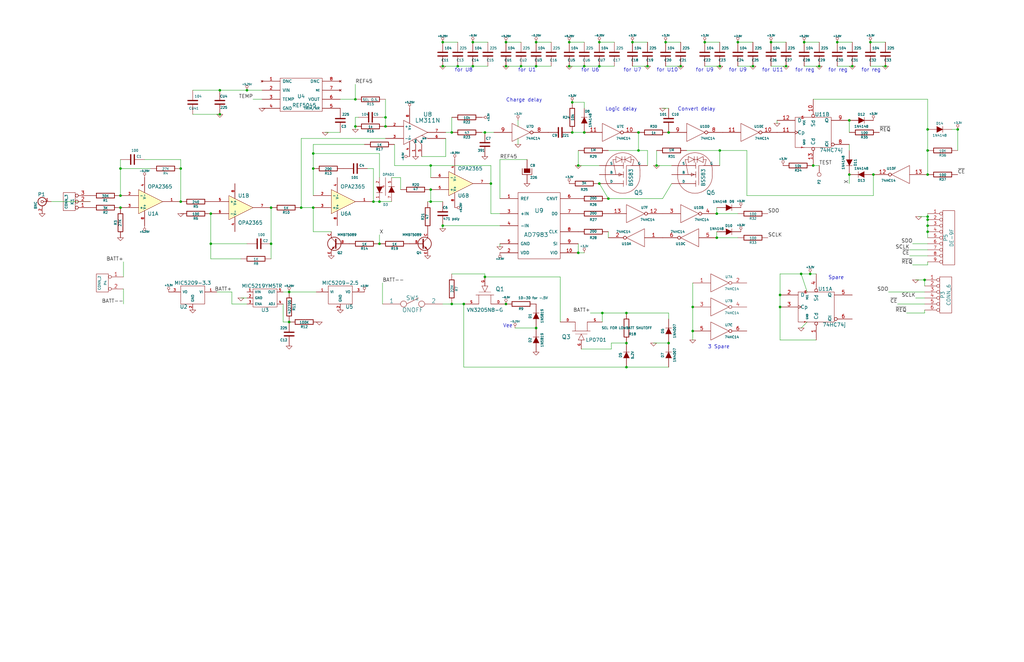
<source format=kicad_sch>
(kicad_sch (version 20230121) (generator eeschema)
  (paper "B")
  (title_block (date "15 nov 2012"))
  (junction (at 368.3 73.66))
  (junction (at 264.16 132.08))
  (junction (at 246.38 55.88))
  (junction (at 132.08 71.12))
  (junction (at 403.86 54.61))
  (junction (at 181.61 85.09))
  (junction (at 243.84 106.68))
  (junction (at 280.67 17.78))
  (junction (at 287.02 27.94))
  (junction (at 328.93 124.46))
  (junction (at 358.14 50.8))
  (junction (at 391.16 73.66))
  (junction (at 302.26 100.33))
  (junction (at 252.73 17.78))
  (junction (at 389.89 118.11))
  (junction (at 149.86 53.34))
  (junction (at 195.58 128.27))
  (junction (at 281.94 55.88))
  (junction (at 92.71 48.26))
  (junction (at 337.82 115.57))
  (junction (at 341.63 115.57))
  (junction (at 121.92 135.89))
  (junction (at 213.36 17.78))
  (junction (at 391.16 97.79))
  (junction (at 104.14 38.1))
  (junction (at 204.47 55.88))
  (junction (at 297.18 17.78))
  (junction (at 76.2 71.12))
  (junction (at 240.03 17.78))
  (junction (at 252.73 27.94))
  (junction (at 345.44 27.94))
  (junction (at 181.61 80.01))
  (junction (at 241.3 43.18))
  (junction (at 240.03 27.94))
  (junction (at 219.71 27.94))
  (junction (at 373.38 27.94))
  (junction (at 311.15 17.78))
  (junction (at 328.93 129.54))
  (junction (at 186.69 27.94))
  (junction (at 114.3 102.87))
  (junction (at 199.39 17.78))
  (junction (at 149.86 41.91))
  (junction (at 353.06 17.78))
  (junction (at 157.48 85.09))
  (junction (at 254 132.08))
  (junction (at 132.08 87.63))
  (junction (at 50.8 71.12))
  (junction (at 243.84 69.85))
  (junction (at 186.69 95.25))
  (junction (at 276.86 69.85))
  (junction (at 226.06 138.43))
  (junction (at 302.26 90.17))
  (junction (at 186.69 17.78))
  (junction (at 281.94 144.78))
  (junction (at 50.8 87.63))
  (junction (at 317.5 27.94))
  (junction (at 76.2 85.09))
  (junction (at 391.16 91.44))
  (junction (at 213.36 128.27))
  (junction (at 241.3 55.88))
  (junction (at 213.36 27.94))
  (junction (at 88.9 102.87))
  (junction (at 391.16 63.5))
  (junction (at 391.16 54.61))
  (junction (at 162.56 53.34))
  (junction (at 160.02 102.87))
  (junction (at 88.9 90.17))
  (junction (at 269.24 55.88))
  (junction (at 132.08 64.77))
  (junction (at 303.53 63.5))
  (junction (at 226.06 17.78))
  (junction (at 92.71 38.1))
  (junction (at 331.47 27.94))
  (junction (at 358.14 73.66))
  (junction (at 391.16 92.71))
  (junction (at 190.5 55.88))
  (junction (at 162.56 49.53))
  (junction (at 339.09 17.78))
  (junction (at 292.1 129.54))
  (junction (at 264.16 154.94))
  (junction (at 256.54 83.82))
  (junction (at 121.92 123.19))
  (junction (at 252.73 77.47))
  (junction (at 266.7 17.78))
  (junction (at 204.47 116.84))
  (junction (at 127 87.63))
  (junction (at 226.06 27.94))
  (junction (at 342.9 69.85))
  (junction (at 114.3 87.63))
  (junction (at 199.39 27.94))
  (junction (at 246.38 27.94))
  (junction (at 264.16 144.78))
  (junction (at 50.8 82.55))
  (junction (at 207.01 77.47))
  (junction (at 273.05 27.94))
  (junction (at 359.41 27.94))
  (junction (at 391.16 95.25))
  (junction (at 325.12 17.78))
  (junction (at 303.53 27.94))
  (junction (at 193.04 27.94))
  (junction (at 367.03 17.78))
  (junction (at 160.02 85.09))
  (junction (at 181.61 69.85))
  (junction (at 190.5 128.27))
  (junction (at 292.1 139.7))
  (junction (at 269.24 63.5))
  (wire (pts (xy 101.6 125.73) (xy 104.14 125.73)))
  (wire (pts (xy 241.3 55.88) (xy 246.38 55.88)))
  (wire (pts (xy 243.84 69.85) (xy 252.73 69.85)))
  (wire (pts (xy 88.9 109.22) (xy 101.6 109.22)))
  (wire (pts (xy 161.29 49.53) (xy 162.56 49.53)))
  (wire (pts (xy 391.16 97.79) (xy 391.16 100.33)))
  (wire (pts (xy 287.02 17.78) (xy 280.67 17.78)))
  (wire (pts (xy 254 132.08) (xy 264.16 132.08)))
  (wire (pts (xy 368.3 73.66) (xy 368.3 82.55)))
  (wire (pts (xy 314.96 63.5) (xy 314.96 82.55)))
  (wire (pts (xy 52.07 110.49) (xy 52.07 116.84)))
  (wire (pts (xy 213.36 17.78) (xy 219.71 17.78)))
  (wire (pts (xy 121.92 135.89) (xy 119.38 135.89)))
  (wire (pts (xy 391.16 95.25) (xy 391.16 97.79)))
  (wire (pts (xy 303.53 63.5) (xy 303.53 69.85)))
  (wire (pts (xy 246.38 27.94) (xy 252.73 27.94)))
  (wire (pts (xy 264.16 154.94) (xy 281.94 154.94)))
  (wire (pts (xy 97.79 128.27) (xy 97.79 123.19)))
  (wire (pts (xy 389.89 118.11) (xy 389.89 120.65)))
  (wire (pts (xy 218.44 50.8) (xy 218.44 53.34)))
  (wire (pts (xy 302.26 90.17) (xy 311.15 90.17)))
  (wire (pts (xy 186.69 95.25) (xy 210.82 95.25)))
  (wire (pts (xy 213.36 27.94) (xy 219.71 27.94)))
  (wire (pts (xy 345.44 69.85) (xy 342.9 69.85)))
  (wire (pts (xy 160.02 74.93) (xy 160.02 64.77)))
  (wire (pts (xy 240.03 17.78) (xy 246.38 17.78)))
  (wire (pts (xy 63.5 71.12) (xy 50.8 71.12)))
  (wire (pts (xy 207.01 77.47) (xy 207.01 90.17)))
  (wire (pts (xy 236.22 116.84) (xy 236.22 135.89)))
  (wire (pts (xy 287.02 27.94) (xy 280.67 27.94)))
  (wire (pts (xy 193.04 27.94) (xy 199.39 27.94)))
  (wire (pts (xy 391.16 111.76) (xy 391.16 110.49)))
  (wire (pts (xy 384.81 102.87) (xy 391.16 102.87)))
  (wire (pts (xy 160.02 99.06) (xy 160.02 102.87)))
  (wire (pts (xy 243.84 102.87) (xy 243.84 106.68)))
  (wire (pts (xy 60.96 67.31) (xy 76.2 67.31)))
  (wire (pts (xy 342.9 41.91) (xy 391.16 41.91)))
  (wire (pts (xy 81.28 38.1) (xy 92.71 38.1)))
  (wire (pts (xy 161.29 119.38) (xy 161.29 128.27)))
  (wire (pts (xy 292.1 119.38) (xy 292.1 129.54)))
  (wire (pts (xy 273.05 63.5) (xy 273.05 69.85)))
  (wire (pts (xy 345.44 17.78) (xy 339.09 17.78)))
  (wire (pts (xy 328.93 115.57) (xy 337.82 115.57)))
  (wire (pts (xy 210.82 67.31) (xy 222.25 67.31)))
  (wire (pts (xy 168.91 74.93) (xy 165.1 74.93)))
  (wire (pts (xy 378.46 128.27) (xy 389.89 128.27)))
  (wire (pts (xy 114.3 87.63) (xy 114.3 102.87)))
  (wire (pts (xy 391.16 41.91) (xy 391.16 54.61)))
  (wire (pts (xy 281.94 132.08) (xy 281.94 134.62)))
  (wire (pts (xy 243.84 106.68) (xy 246.38 106.68)))
  (wire (pts (xy 162.56 41.91) (xy 162.56 49.53)))
  (wire (pts (xy 382.27 132.08) (xy 389.89 132.08)))
  (wire (pts (xy 186.69 128.27) (xy 190.5 128.27)))
  (wire (pts (xy 383.54 107.95) (xy 391.16 107.95)))
  (wire (pts (xy 303.53 17.78) (xy 297.18 17.78)))
  (wire (pts (xy 166.37 60.96) (xy 166.37 69.85)))
  (wire (pts (xy 219.71 27.94) (xy 226.06 27.94)))
  (wire (pts (xy 373.38 27.94) (xy 367.03 27.94)))
  (wire (pts (xy 157.48 71.12) (xy 157.48 85.09)))
  (wire (pts (xy 289.56 63.5) (xy 303.53 63.5)))
  (wire (pts (xy 387.35 91.44) (xy 391.16 91.44)))
  (wire (pts (xy 149.86 49.53) (xy 151.13 49.53)))
  (wire (pts (xy 256.54 63.5) (xy 269.24 63.5)))
  (wire (pts (xy 273.05 17.78) (xy 266.7 17.78)))
  (wire (pts (xy 302.26 100.33) (xy 311.15 100.33)))
  (wire (pts (xy 331.47 17.78) (xy 325.12 17.78)))
  (wire (pts (xy 256.54 97.79) (xy 256.54 100.33)))
  (wire (pts (xy 373.38 17.78) (xy 367.03 17.78)))
  (wire (pts (xy 327.66 52.07) (xy 327.66 50.8)))
  (wire (pts (xy 88.9 102.87) (xy 88.9 109.22)))
  (wire (pts (xy 204.47 115.57) (xy 204.47 116.84)))
  (wire (pts (xy 149.86 53.34) (xy 149.86 54.61)))
  (wire (pts (xy 104.14 38.1) (xy 110.49 38.1)))
  (wire (pts (xy 181.61 69.85) (xy 207.01 69.85)))
  (wire (pts (xy 195.58 128.27) (xy 195.58 154.94)))
  (wire (pts (xy 210.82 104.14) (xy 210.82 102.87)))
  (wire (pts (xy 104.14 102.87) (xy 88.9 102.87)))
  (wire (pts (xy 81.28 48.26) (xy 92.71 48.26)))
  (wire (pts (xy 207.01 69.85) (xy 207.01 77.47)))
  (wire (pts (xy 160.02 85.09) (xy 165.1 85.09)))
  (wire (pts (xy 275.59 144.78) (xy 281.94 144.78)))
  (wire (pts (xy 240.03 27.94) (xy 246.38 27.94)))
  (wire (pts (xy 245.11 147.32) (xy 257.81 147.32)))
  (wire (pts (xy 337.82 138.43) (xy 340.36 135.89)))
  (wire (pts (xy 186.69 17.78) (xy 193.04 17.78)))
  (wire (pts (xy 195.58 154.94) (xy 264.16 154.94)))
  (wire (pts (xy 119.38 135.89) (xy 119.38 128.27)))
  (wire (pts (xy 340.36 123.19) (xy 337.82 115.57)))
  (wire (pts (xy 92.71 38.1) (xy 104.14 38.1)))
  (wire (pts (xy 50.8 67.31) (xy 50.8 71.12)))
  (wire (pts (xy 207.01 90.17) (xy 210.82 90.17)))
  (wire (pts (xy 187.96 55.88) (xy 190.5 55.88)))
  (wire (pts (xy 127 58.42) (xy 162.56 58.42)))
  (wire (pts (xy 181.61 69.85) (xy 181.61 74.93)))
  (wire (pts (xy 149.86 49.53) (xy 149.86 53.34)))
  (wire (pts (xy 302.26 97.79) (xy 302.26 100.33)))
  (wire (pts (xy 137.16 55.88) (xy 143.51 55.88)))
  (wire (pts (xy 226.06 138.43) (xy 217.17 138.43)))
  (wire (pts (xy 391.16 54.61) (xy 391.16 63.5)))
  (wire (pts (xy 374.65 123.19) (xy 389.89 123.19)))
  (wire (pts (xy 328.93 115.57) (xy 328.93 124.46)))
  (wire (pts (xy 264.16 132.08) (xy 281.94 132.08)))
  (wire (pts (xy 76.2 71.12) (xy 76.2 85.09)))
  (wire (pts (xy 114.3 102.87) (xy 114.3 109.22)))
  (wire (pts (xy 180.34 85.09) (xy 181.61 85.09)))
  (wire (pts (xy 317.5 27.94) (xy 311.15 27.94)))
  (wire (pts (xy 269.24 55.88) (xy 269.24 63.5)))
  (wire (pts (xy 389.89 125.73) (xy 386.08 125.73)))
  (wire (pts (xy 157.48 85.09) (xy 160.02 85.09)))
  (wire (pts (xy 292.1 139.7) (xy 292.1 143.51)))
  (wire (pts (xy 391.16 91.44) (xy 391.16 92.71)))
  (wire (pts (xy 328.93 143.51) (xy 344.17 143.51)))
  (wire (pts (xy 401.32 54.61) (xy 403.86 54.61)))
  (wire (pts (xy 162.56 49.53) (xy 162.56 53.34)))
  (wire (pts (xy 127 87.63) (xy 132.08 87.63)))
  (wire (pts (xy 106.68 41.91) (xy 110.49 41.91)))
  (wire (pts (xy 181.61 80.01) (xy 181.61 85.09)))
  (wire (pts (xy 252.73 77.47) (xy 256.54 83.82)))
  (wire (pts (xy 302.26 87.63) (xy 302.26 90.17)))
  (wire (pts (xy 341.63 115.57) (xy 344.17 115.57)))
  (wire (pts (xy 276.86 69.85) (xy 283.21 69.85)))
  (wire (pts (xy 331.47 27.94) (xy 325.12 27.94)))
  (wire (pts (xy 252.73 27.94) (xy 259.08 27.94)))
  (wire (pts (xy 168.91 80.01) (xy 168.91 74.93)))
  (wire (pts (xy 391.16 90.17) (xy 391.16 91.44)))
  (wire (pts (xy 204.47 116.84) (xy 236.22 116.84)))
  (wire (pts (xy 358.14 60.96) (xy 358.14 63.5)))
  (wire (pts (xy 187.96 66.04) (xy 187.96 58.42)))
  (wire (pts (xy 149.86 41.91) (xy 143.51 41.91)))
  (wire (pts (xy 149.86 41.91) (xy 149.86 35.56)))
  (wire (pts (xy 241.3 43.18) (xy 246.38 43.18)))
  (wire (pts (xy 359.41 17.78) (xy 353.06 17.78)))
  (wire (pts (xy 153.67 60.96) (xy 132.08 60.96)))
  (wire (pts (xy 279.4 83.82) (xy 283.21 77.47)))
  (wire (pts (xy 132.08 87.63) (xy 132.08 97.79)))
  (wire (pts (xy 328.93 129.54) (xy 328.93 143.51)))
  (wire (pts (xy 226.06 27.94) (xy 232.41 27.94)))
  (wire (pts (xy 243.84 69.85) (xy 243.84 63.5)))
  (wire (pts (xy 358.14 50.8) (xy 358.14 55.88)))
  (wire (pts (xy 186.69 96.52) (xy 186.69 95.25)))
  (wire (pts (xy 177.8 66.04) (xy 187.96 66.04)))
  (wire (pts (xy 276.86 63.5) (xy 276.86 69.85)))
  (wire (pts (xy 257.81 147.32) (xy 257.81 144.78)))
  (wire (pts (xy 391.16 92.71) (xy 391.16 95.25)))
  (wire (pts (xy 391.16 63.5) (xy 391.16 73.66)))
  (wire (pts (xy 104.14 128.27) (xy 97.79 128.27)))
  (wire (pts (xy 403.86 54.61) (xy 403.86 63.5)))
  (wire (pts (xy 154.94 71.12) (xy 157.48 71.12)))
  (wire (pts (xy 190.5 115.57) (xy 204.47 115.57)))
  (wire (pts (xy 218.44 60.96) (xy 218.44 58.42)))
  (wire (pts (xy 328.93 124.46) (xy 328.93 129.54)))
  (wire (pts (xy 384.81 111.76) (xy 391.16 111.76)))
  (wire (pts (xy 226.06 17.78) (xy 232.41 17.78)))
  (wire (pts (xy 303.53 27.94) (xy 297.18 27.94)))
  (wire (pts (xy 269.24 63.5) (xy 273.05 63.5)))
  (wire (pts (xy 21.59 85.09) (xy 38.1 85.09)))
  (wire (pts (xy 88.9 90.17) (xy 88.9 102.87)))
  (wire (pts (xy 199.39 27.94) (xy 205.74 27.94)))
  (wire (pts (xy 119.38 123.19) (xy 121.92 123.19)))
  (wire (pts (xy 166.37 69.85) (xy 181.61 69.85)))
  (wire (pts (xy 132.08 64.77) (xy 132.08 71.12)))
  (wire (pts (xy 292.1 129.54) (xy 292.1 139.7)))
  (wire (pts (xy 254 135.89) (xy 254 132.08)))
  (wire (pts (xy 252.73 17.78) (xy 259.08 17.78)))
  (wire (pts (xy 210.82 83.82) (xy 210.82 67.31)))
  (wire (pts (xy 337.82 115.57) (xy 341.63 115.57)))
  (wire (pts (xy 97.79 123.19) (xy 91.44 123.19)))
  (wire (pts (xy 50.8 71.12) (xy 50.8 82.55)))
  (wire (pts (xy 256.54 83.82) (xy 279.4 83.82)))
  (wire (pts (xy 190.5 128.27) (xy 195.58 128.27)))
  (wire (pts (xy 132.08 97.79) (xy 139.7 97.79)))
  (wire (pts (xy 52.07 128.27) (xy 52.07 121.92)))
  (wire (pts (xy 383.54 105.41) (xy 391.16 105.41)))
  (wire (pts (xy 132.08 71.12) (xy 132.08 82.55)))
  (wire (pts (xy 389.89 132.08) (xy 389.89 130.81)))
  (wire (pts (xy 76.2 67.31) (xy 76.2 71.12)))
  (wire (pts (xy 345.44 27.94) (xy 339.09 27.94)))
  (wire (pts (xy 199.39 17.78) (xy 205.74 17.78)))
  (wire (pts (xy 303.53 63.5) (xy 314.96 63.5)))
  (wire (pts (xy 203.2 55.88) (xy 204.47 55.88)))
  (wire (pts (xy 204.47 55.88) (xy 208.28 55.88)))
  (wire (pts (xy 248.92 132.08) (xy 254 132.08)))
  (wire (pts (xy 132.08 60.96) (xy 132.08 64.77)))
  (wire (pts (xy 359.41 27.94) (xy 353.06 27.94)))
  (wire (pts (xy 160.02 64.77) (xy 132.08 64.77)))
  (wire (pts (xy 121.92 123.19) (xy 133.35 123.19)))
  (wire (pts (xy 273.05 27.94) (xy 266.7 27.94)))
  (wire (pts (xy 386.08 118.11) (xy 389.89 118.11)))
  (wire (pts (xy 181.61 85.09) (xy 186.69 85.09)))
  (wire (pts (xy 317.5 17.78) (xy 311.15 17.78)))
  (wire (pts (xy 127 87.63) (xy 127 58.42)))
  (wire (pts (xy 358.14 77.47) (xy 358.14 73.66)))
  (wire (pts (xy 186.69 27.94) (xy 193.04 27.94)))
  (wire (pts (xy 246.38 43.18) (xy 246.38 45.72)))
  (wire (pts (xy 279.4 45.72) (xy 281.94 45.72)))
  (wire (pts (xy 314.96 82.55) (xy 368.3 82.55)))
  (wire (pts (xy 190.5 55.88) (xy 190.5 49.53)))
  (wire (pts (xy 257.81 144.78) (xy 264.16 144.78)))
  (text "Logic delay" (at 255.27 46.99 0) (effects (font (size 1.524 1.524)) (justify left bottom)))
  (text "for U9" (at 293.37 30.48 0) (effects (font (size 1.524 1.524)) (justify left bottom)))
  (text "for reg" (at 335.28 30.48 0) (effects (font (size 1.524 1.524)) (justify left bottom)))
  (text "for U7" (at 262.89 30.48 0) (effects (font (size 1.524 1.524)) (justify left bottom)))
  (text "Charge delay" (at 213.36 43.18 0) (effects (font (size 1.524 1.524)) (justify left bottom)))
  (text "for U6" (at 245.11 30.48 0) (effects (font (size 1.524 1.524)) (justify left bottom)))
  (text "for reg" (at 363.22 30.48 0) (effects (font (size 1.524 1.524)) (justify left bottom)))
  (text "3 Spare" (at 298.45 147.32 0) (effects (font (size 1.524 1.524)) (justify left bottom)))
  (text "for U11" (at 321.31 30.48 0) (effects (font (size 1.524 1.524)) (justify left bottom)))
  (text "for reg" (at 349.25 30.48 0) (effects (font (size 1.524 1.524)) (justify left bottom)))
  (text "for U1" (at 218.44 30.48 0) (effects (font (size 1.524 1.524)) (justify left bottom)))
  (text "for U10" (at 276.86 30.48 0) (effects (font (size 1.524 1.524)) (justify left bottom)))
  (text "for U9" (at 307.34 30.48 0) (effects (font (size 1.524 1.524)) (justify left bottom)))
  (text "Spare" (at 349.25 118.11 0) (effects (font (size 1.524 1.524)) (justify left bottom)))
  (text "Convert delay" (at 285.75 46.99 0) (effects (font (size 1.524 1.524)) (justify left bottom)))
  (text "Vee" (at 212.09 138.43 0) (effects (font (size 1.524 1.524)) (justify left bottom)))
  (text "for U8" (at 191.77 30.48 0) (effects (font (size 1.524 1.524)) (justify left bottom)))
  (label "SDO" (at 384.81 102.87 180) (effects (font (size 1.524 1.524))))
  (label "BATT--" (at 52.07 128.27 180) (effects (font (size 1.524 1.524))))
  (label "X" (at 358.14 77.47 90) (effects (font (size 1.524 1.524))))
  (label "SCLK" (at 383.54 105.41 180) (effects (font (size 1.524 1.524))))
  (label "BATT+" (at 52.07 110.49 180) (effects (font (size 1.524 1.524))))
  (label "SDO" (at 374.65 123.19 180) (effects (font (size 1.524 1.524))))
  (label "~{REQ}" (at 370.84 55.88 0) (effects (font (size 1.524 1.524))))
  (label "SDO" (at 323.85 90.17 0) (effects (font (size 1.524 1.524))))
  (label "SCLK" (at 323.85 100.33 0) (effects (font (size 1.524 1.524))))
  (label "~{REQ}" (at 384.81 111.76 180) (effects (font (size 1.524 1.524))))
  (label "TEST" (at 345.44 69.85 0) (effects (font (size 1.524 1.524))))
  (label "BATT+" (at 97.79 123.19 180) (effects (font (size 1.524 1.524))))
  (label "REF45" (at 149.86 35.56 0) (effects (font (size 1.524 1.524))))
  (label "REF45" (at 210.82 67.31 0) (effects (font (size 1.524 1.524))))
  (label "BATT+" (at 248.92 132.08 180) (effects (font (size 1.524 1.524))))
  (label "~{REQ}" (at 382.27 132.08 180) (effects (font (size 1.524 1.524))))
  (label "BATT--" (at 161.29 119.38 0) (effects (font (size 1.524 1.524))))
  (label "TEMP" (at 106.68 41.91 180) (effects (font (size 1.524 1.524))))
  (label "SCLK" (at 386.08 125.73 180) (effects (font (size 1.524 1.524))))
  (label "~{CE}" (at 383.54 107.95 180) (effects (font (size 1.524 1.524))))
  (label "~{CE}" (at 403.86 73.66 0) (effects (font (size 1.524 1.524))))
  (label "~{CE}" (at 378.46 128.27 180) (effects (font (size 1.524 1.524))))
  (label "X" (at 160.02 99.06 0) (effects (font (size 1.524 1.524))))
  (symbol (lib_id "nukeanal-rescue:74HC14") (at 219.71 55.88 0) (unit 4)
    (property "Reference" "U7" (at 223.52 53.34 0) (effects (font (size 1.016 1.016))))
    (property "Value" "74HC14" (at 224.79 58.42 0) (effects (font (size 1.016 1.016))))
    (property "Footprint" "SMD_Packages:SO14N" (effects hide))
  )
  (symbol (lib_id "nukeanal-rescue:74HC14") (at 257.81 55.88 0) (unit 5)
    (property "Reference" "U7" (at 261.62 53.34 0) (effects (font (size 1.016 1.016))))
    (property "Value" "74HC14" (at 262.89 58.42 0) (effects (font (size 1.016 1.016))))
    (property "Footprint" "SMD_Packages:SO14N" (effects hide))
  )
  (symbol (lib_id "nukeanal-rescue:74HC14") (at 293.37 55.88 0) (unit 4)
    (property "Reference" "U10" (at 297.18 53.34 0) (effects (font (size 1.016 1.016))))
    (property "Value" "74HC14" (at 298.45 58.42 0) (effects (font (size 1.016 1.016))))
    (property "Footprint" "SMD_Packages:SO14N" (effects hide))
  )
  (symbol (lib_id "nukeanal-rescue:74HC14") (at 316.23 55.88 0) (unit 5)
    (property "Reference" "U10" (at 320.04 53.34 0) (effects (font (size 1.016 1.016))))
    (property "Value" "74HC14" (at 321.31 58.42 0) (effects (font (size 1.016 1.016))))
    (property "Footprint" "SMD_Packages:SO14N" (effects hide))
  )
  (symbol (lib_id "nukeanal-rescue:74HC14") (at 379.73 73.66 0) (mirror y) (unit 6)
    (property "Reference" "U10" (at 375.92 71.12 0) (effects (font (size 1.016 1.016))))
    (property "Value" "74HC14" (at 374.65 76.2 0) (effects (font (size 1.016 1.016))))
    (property "Footprint" "SMD_Packages:SO14N" (effects hide))
  )
  (symbol (lib_id "nukeanal-rescue:74HC14") (at 303.53 139.7 0) (unit 3)
    (property "Reference" "U7" (at 307.34 137.16 0) (effects (font (size 1.016 1.016))))
    (property "Value" "74HC14" (at 308.61 142.24 0) (effects (font (size 1.016 1.016))))
    (property "Footprint" "SMD_Packages:SO14N" (effects hide))
  )
  (symbol (lib_id "nukeanal-rescue:LM311N") (at 175.26 55.88 0) (unit 1)
    (property "Reference" "U8" (at 180.34 48.26 0) (effects (font (size 1.778 1.778))))
    (property "Value" "LM311N" (at 180.34 50.8 0) (effects (font (size 1.778 1.778))))
    (property "Footprint" "Power_Integrations:SO-8" (effects hide))
  )
  (symbol (lib_id "nukeanal-rescue:GND") (at 175.26 66.04 0) (unit 1)
    (property "Reference" "#PWR22" (effects hide))
    (property "Value" "GND" (effects hide))
  )
  (symbol (lib_id "nukeanal-rescue:GND") (at 149.86 54.61 0) (unit 1)
    (property "Reference" "#PWR18" (effects hide))
    (property "Value" "GND" (effects hide))
  )
  (symbol (lib_id "nukeanal-rescue:R") (at 156.21 53.34 270) (unit 1)
    (property "Reference" "R16" (at 156.21 55.372 90) (effects (font (size 1.016 1.016))))
    (property "Value" "1k" (at 156.2354 53.5178 90) (effects (font (size 1.016 1.016))))
    (property "Footprint" "Resistors_SMD:Resistor_SMD0805_HandSoldering" (effects hide))
  )
  (symbol (lib_id "nukeanal-rescue:C") (at 156.21 49.53 270) (unit 1)
    (property "Reference" "C5" (at 157.48 48.26 90) (effects (font (size 1.016 1.016)) (justify left)))
    (property "Value" "104" (at 152.4 48.26 90) (effects (font (size 1.016 1.016)) (justify left)))
    (property "Footprint" "SMD_Packages:SM0805" (effects hide))
  )
  (symbol (lib_id "nukeanal-rescue:-0.5V") (at 172.72 66.04 90) (unit 1)
    (property "Reference" "#PWR21" (effects hide))
    (property "Value" "-0.5V" (at 169.926 66.04 0) (effects (font (size 0.762 0.762))))
  )
  (symbol (lib_id "nukeanal-rescue:R") (at 156.21 41.91 270) (unit 1)
    (property "Reference" "R15" (at 156.21 43.942 90) (effects (font (size 1.016 1.016))))
    (property "Value" "SEL O.S." (at 156.2354 42.0878 90) (effects (font (size 1.016 1.016))))
    (property "Footprint" "Resistors_ThroughHole:Resistor_Horizontal_RM10mm" (effects hide))
  )
  (symbol (lib_id "nukeanal-rescue:R") (at 196.85 55.88 270) (unit 1)
    (property "Reference" "R23" (at 196.85 57.912 90) (effects (font (size 1.016 1.016))))
    (property "Value" "47" (at 196.8754 56.0578 90) (effects (font (size 1.016 1.016))))
    (property "Footprint" "Resistors_SMD:Resistor_SMD0805_HandSoldering" (effects hide))
  )
  (symbol (lib_id "nukeanal-rescue:R") (at 196.85 49.53 270) (unit 1)
    (property "Reference" "R22" (at 196.85 51.562 90) (effects (font (size 1.016 1.016))))
    (property "Value" "10k" (at 196.8754 49.7078 90) (effects (font (size 1.016 1.016))))
    (property "Footprint" "Resistors_SMD:Resistor_SMD0805_HandSoldering" (effects hide))
  )
  (symbol (lib_id "nukeanal-rescue:+3.3V") (at 203.2 49.53 270) (unit 1)
    (property "Reference" "#PWR30" (effects hide))
    (property "Value" "+3.3V" (at 205.994 49.53 0) (effects (font (size 0.762 0.762))))
  )
  (symbol (lib_id "nukeanal-rescue:C") (at 204.47 60.96 180) (unit 1)
    (property "Reference" "C7" (at 207.01 58.42 0) (effects (font (size 1.016 1.016)) (justify left)))
    (property "Value" "391" (at 204.47 63.5 0) (effects (font (size 1.016 1.016)) (justify left)))
    (property "Footprint" "SMD_Packages:SM0805" (effects hide))
  )
  (symbol (lib_id "nukeanal-rescue:GND") (at 204.47 66.04 0) (unit 1)
    (property "Reference" "#PWR31" (effects hide))
    (property "Value" "GND" (effects hide))
  )
  (symbol (lib_id "nukeanal-rescue:74HC14") (at 267.97 90.17 0) (unit 6)
    (property "Reference" "U7" (at 271.78 87.63 0) (effects (font (size 1.016 1.016))))
    (property "Value" "74HC14" (at 273.05 92.71 0) (effects (font (size 1.016 1.016))))
    (property "Footprint" "SMD_Packages:SO14N" (effects hide))
  )
  (symbol (lib_id "nukeanal-rescue:74HC14") (at 290.83 90.17 0) (unit 2)
    (property "Reference" "U10" (at 294.64 87.63 0) (effects (font (size 1.016 1.016))))
    (property "Value" "74HC14" (at 295.91 92.71 0) (effects (font (size 1.016 1.016))))
    (property "Footprint" "SMD_Packages:SO14N" (effects hide))
  )
  (symbol (lib_id "nukeanal-rescue:74HC14") (at 267.97 100.33 180) (unit 1)
    (property "Reference" "U10" (at 264.16 102.87 0) (effects (font (size 1.016 1.016))))
    (property "Value" "74HC14" (at 262.89 97.79 0) (effects (font (size 1.016 1.016))))
    (property "Footprint" "SMD_Packages:SO14N" (effects hide))
  )
  (symbol (lib_id "nukeanal-rescue:74HC14") (at 290.83 100.33 180) (unit 3)
    (property "Reference" "U10" (at 287.02 102.87 0) (effects (font (size 1.016 1.016))))
    (property "Value" "74HC14" (at 285.75 97.79 0) (effects (font (size 1.016 1.016))))
    (property "Footprint" "SMD_Packages:SO14N" (effects hide))
  )
  (symbol (lib_id "nukeanal-rescue:74HC14") (at 303.53 119.38 0) (unit 1)
    (property "Reference" "U7" (at 307.34 116.84 0) (effects (font (size 1.016 1.016))))
    (property "Value" "74HC14" (at 308.61 121.92 0) (effects (font (size 1.016 1.016))))
    (property "Footprint" "SMD_Packages:SO14N" (effects hide))
  )
  (symbol (lib_id "nukeanal-rescue:74HC14") (at 303.53 129.54 0) (unit 2)
    (property "Reference" "U7" (at 307.34 127 0) (effects (font (size 1.016 1.016))))
    (property "Value" "74HC14" (at 308.61 132.08 0) (effects (font (size 1.016 1.016))))
    (property "Footprint" "SMD_Packages:SO14N" (effects hide))
  )
  (symbol (lib_id "nukeanal-rescue:+3.3V") (at 218.44 50.8 0) (unit 1)
    (property "Reference" "#PWR38" (effects hide))
    (property "Value" "+3.3V" (at 218.44 48.006 0) (effects (font (size 0.762 0.762))))
  )
  (symbol (lib_id "nukeanal-rescue:GND") (at 218.44 60.96 0) (unit 1)
    (property "Reference" "#PWR39" (effects hide))
    (property "Value" "GND" (effects hide))
  )
  (symbol (lib_id "nukeanal-rescue:C") (at 236.22 55.88 90) (unit 1)
    (property "Reference" "C9" (at 234.95 57.15 90) (effects (font (size 1.016 1.016)) (justify left)))
    (property "Value" "221" (at 240.03 57.15 90) (effects (font (size 1.016 1.016)) (justify left)))
    (property "Footprint" "SMD_Packages:SM0805" (effects hide))
  )
  (symbol (lib_id "nukeanal-rescue:R") (at 241.3 49.53 0) (unit 1)
    (property "Reference" "R24" (at 238.76 49.53 0) (effects (font (size 1.016 1.016))))
    (property "Value" "10k" (at 241.4778 49.5046 90) (effects (font (size 1.016 1.016))))
    (property "Footprint" "Resistors_SMD:Resistor_SMD0805_HandSoldering" (effects hide))
  )
  (symbol (lib_id "nukeanal-rescue:DIODE") (at 246.38 50.8 90) (unit 1)
    (property "Reference" "D8" (at 247.65 46.99 90) (effects (font (size 1.016 1.016))))
    (property "Value" "1N4148" (at 248.92 50.8 0) (effects (font (size 1.016 1.016))))
    (property "Footprint" "Diodes_ThroughHole:Diode_DO-35_SOD27_Horizontal_RM10" (effects hide))
  )
  (symbol (lib_id "nukeanal-rescue:+3.3V") (at 241.3 43.18 0) (unit 1)
    (property "Reference" "#PWR46" (effects hide))
    (property "Value" "+3.3V" (at 241.3 40.386 0) (effects (font (size 0.762 0.762))))
  )
  (symbol (lib_id "nukeanal-rescue:R") (at 275.59 55.88 270) (unit 1)
    (property "Reference" "R30" (at 275.59 53.34 90) (effects (font (size 1.016 1.016))))
    (property "Value" "1k" (at 275.6154 56.0578 90) (effects (font (size 1.016 1.016))))
    (property "Footprint" "Resistors_SMD:Resistor_SMD0805_HandSoldering" (effects hide))
  )
  (symbol (lib_id "nukeanal-rescue:C") (at 281.94 50.8 0) (unit 1)
    (property "Reference" "C10" (at 283.21 48.26 0) (effects (font (size 1.016 1.016)) (justify left)))
    (property "Value" "101" (at 278.13 48.26 0) (effects (font (size 1.016 1.016)) (justify left)))
    (property "Footprint" "SMD_Packages:SM0805" (effects hide))
  )
  (symbol (lib_id "nukeanal-rescue:GND") (at 279.4 45.72 0) (unit 1)
    (property "Reference" "#PWR54" (effects hide))
    (property "Value" "GND" (effects hide))
  )
  (symbol (lib_id "nukeanal-rescue:GND") (at 243.84 69.85 0) (unit 1)
    (property "Reference" "#PWR47" (effects hide))
    (property "Value" "GND" (effects hide))
  )
  (symbol (lib_id "nukeanal-rescue:R") (at 250.19 63.5 90) (unit 1)
    (property "Reference" "R29" (at 250.19 66.04 90) (effects (font (size 1.016 1.016))))
    (property "Value" "1M" (at 250.1646 63.3222 90) (effects (font (size 1.016 1.016))))
    (property "Footprint" "Resistors_SMD:Resistor_SMD0805_HandSoldering" (effects hide))
  )
  (symbol (lib_id "nukeanal-rescue:R") (at 246.38 77.47 90) (unit 1)
    (property "Reference" "R25" (at 246.38 80.01 90) (effects (font (size 1.016 1.016))))
    (property "Value" "3K" (at 246.3546 77.2922 90) (effects (font (size 1.016 1.016))))
    (property "Footprint" "Resistors_SMD:Resistor_SMD0805_HandSoldering" (effects hide))
  )
  (symbol (lib_id "nukeanal-rescue:+3.3V") (at 240.03 77.47 0) (unit 1)
    (property "Reference" "#PWR45" (effects hide))
    (property "Value" "+3.3V" (at 240.03 74.676 0) (effects (font (size 0.762 0.762))))
  )
  (symbol (lib_id "nukeanal-rescue:+3.3V") (at 341.63 115.57 0) (unit 1)
    (property "Reference" "#PWR70" (effects hide))
    (property "Value" "+3.3V" (at 341.63 112.776 0) (effects (font (size 0.762 0.762))))
  )
  (symbol (lib_id "nukeanal-rescue:R") (at 336.55 69.85 270) (unit 1)
    (property "Reference" "R34" (at 336.55 71.882 90) (effects (font (size 1.016 1.016))))
    (property "Value" "10k" (at 336.5754 70.0278 90) (effects (font (size 1.016 1.016))))
    (property "Footprint" "Resistors_SMD:Resistor_SMD0805_HandSoldering" (effects hide))
  )
  (symbol (lib_id "nukeanal-rescue:+3.3V") (at 330.2 69.85 0) (unit 1)
    (property "Reference" "#PWR66" (effects hide))
    (property "Value" "+3.3V" (at 330.2 67.056 0) (effects (font (size 0.762 0.762))))
  )
  (symbol (lib_id "nukeanal-rescue:DIODE") (at 363.22 50.8 0) (unit 1)
    (property "Reference" "D12" (at 363.22 48.26 0) (effects (font (size 1.016 1.016))))
    (property "Value" "1N4148" (at 363.22 53.34 0) (effects (font (size 1.016 1.016))))
    (property "Footprint" "Diodes_ThroughHole:Diode_DO-35_SOD27_Horizontal_RM10" (effects hide))
  )
  (symbol (lib_id "nukeanal-rescue:+3.3V") (at 368.3 50.8 0) (unit 1)
    (property "Reference" "#PWR75" (effects hide))
    (property "Value" "+3.3V" (at 368.3 48.006 0) (effects (font (size 0.762 0.762))))
  )
  (symbol (lib_id "nukeanal-rescue:R") (at 364.49 55.88 270) (unit 1)
    (property "Reference" "R35" (at 364.49 57.912 90) (effects (font (size 1.016 1.016))))
    (property "Value" "100" (at 364.5154 56.0578 90) (effects (font (size 1.016 1.016))))
    (property "Footprint" "Resistors_SMD:Resistor_SMD0805_HandSoldering" (effects hide))
  )
  (symbol (lib_id "nukeanal-rescue:GND") (at 337.82 138.43 0) (unit 1)
    (property "Reference" "#PWR68" (effects hide))
    (property "Value" "GND" (effects hide))
  )
  (symbol (lib_id "nukeanal-rescue:GND") (at 327.66 52.07 0) (unit 1)
    (property "Reference" "#PWR65" (effects hide))
    (property "Value" "GND" (effects hide))
  )
  (symbol (lib_id "nukeanal-rescue:DIODE") (at 358.14 68.58 270) (unit 1)
    (property "Reference" "D11" (at 360.68 68.58 0) (effects (font (size 1.016 1.016))))
    (property "Value" "1N4148" (at 355.6 68.58 0) (effects (font (size 1.016 1.016))))
    (property "Footprint" "Diodes_ThroughHole:Diode_DO-35_SOD27_Horizontal_RM10" (effects hide))
  )
  (symbol (lib_id "nukeanal-rescue:R") (at 250.19 83.82 90) (unit 1)
    (property "Reference" "R26" (at 250.19 86.36 90) (effects (font (size 1.016 1.016))))
    (property "Value" "200" (at 250.1646 83.6422 90) (effects (font (size 1.016 1.016))))
    (property "Footprint" "Resistors_SMD:Resistor_SMD0805_HandSoldering" (effects hide))
  )
  (symbol (lib_id "nukeanal-rescue:R") (at 283.21 63.5 90) (unit 1)
    (property "Reference" "R31" (at 283.21 66.04 90) (effects (font (size 1.016 1.016))))
    (property "Value" "1M" (at 283.1846 63.3222 90) (effects (font (size 1.016 1.016))))
    (property "Footprint" "Resistors_SMD:Resistor_SMD0805_HandSoldering" (effects hide))
  )
  (symbol (lib_id "nukeanal-rescue:DIODE") (at 363.22 73.66 180) (unit 1)
    (property "Reference" "D13" (at 363.22 76.2 0) (effects (font (size 1.016 1.016))))
    (property "Value" "1N4148" (at 363.22 71.12 0) (effects (font (size 1.016 1.016))))
    (property "Footprint" "Diodes_ThroughHole:Diode_DO-35_SOD27_Horizontal_RM10" (effects hide))
  )
  (symbol (lib_id "nukeanal-rescue:R") (at 397.51 73.66 270) (unit 1)
    (property "Reference" "R37" (at 397.51 75.692 90) (effects (font (size 1.016 1.016))))
    (property "Value" "100" (at 397.5354 73.8378 90) (effects (font (size 1.016 1.016))))
    (property "Footprint" "Resistors_SMD:Resistor_SMD0805_HandSoldering" (effects hide))
  )
  (symbol (lib_id "nukeanal-rescue:R") (at 397.51 63.5 270) (unit 1)
    (property "Reference" "R36" (at 397.51 65.532 90) (effects (font (size 1.016 1.016))))
    (property "Value" "10K" (at 397.5354 63.6778 90) (effects (font (size 1.016 1.016))))
    (property "Footprint" "Resistors_SMD:Resistor_SMD0805_HandSoldering" (effects hide))
  )
  (symbol (lib_id "nukeanal-rescue:DIODE") (at 396.24 54.61 0) (unit 1)
    (property "Reference" "D14" (at 396.24 52.07 0) (effects (font (size 1.016 1.016))))
    (property "Value" "1N4148" (at 396.24 57.15 0) (effects (font (size 1.016 1.016))))
    (property "Footprint" "Diodes_ThroughHole:Diode_DO-35_SOD27_Horizontal_RM10" (effects hide))
  )
  (symbol (lib_id "nukeanal-rescue:+3.3V") (at 403.86 54.61 0) (unit 1)
    (property "Reference" "#PWR79" (effects hide))
    (property "Value" "+3.3V" (at 403.86 51.816 0) (effects (font (size 0.762 0.762))))
  )
  (symbol (lib_id "nukeanal-rescue:GND") (at 276.86 69.85 0) (unit 1)
    (property "Reference" "#PWR53" (effects hide))
    (property "Value" "GND" (effects hide))
  )
  (symbol (lib_id "nukeanal-rescue:AD7983") (at 226.06 92.71 0) (unit 1)
    (property "Reference" "U9" (at 227.33 88.9 0) (effects (font (size 1.778 1.778))))
    (property "Value" "AD7983" (at 226.06 99.06 0) (effects (font (size 1.778 1.778))))
    (property "Footprint" "SMD_Packages:MSOP10-0.5" (effects hide))
  )
  (symbol (lib_id "nukeanal-rescue:R") (at 250.19 90.17 90) (unit 1)
    (property "Reference" "R27" (at 250.19 92.71 90) (effects (font (size 1.016 1.016))))
    (property "Value" "200" (at 250.1646 89.9922 90) (effects (font (size 1.016 1.016))))
    (property "Footprint" "Resistors_SMD:Resistor_SMD0805_HandSoldering" (effects hide))
  )
  (symbol (lib_id "nukeanal-rescue:R") (at 250.19 97.79 90) (unit 1)
    (property "Reference" "R28" (at 250.19 100.33 90) (effects (font (size 1.016 1.016))))
    (property "Value" "200" (at 250.1646 97.6122 90) (effects (font (size 1.016 1.016))))
    (property "Footprint" "Resistors_SMD:Resistor_SMD0805_HandSoldering" (effects hide))
  )
  (symbol (lib_id "nukeanal-rescue:+3.3V") (at 246.38 106.68 0) (unit 1)
    (property "Reference" "#PWR48" (effects hide))
    (property "Value" "+3.3V" (at 246.38 103.886 0) (effects (font (size 0.762 0.762))))
  )
  (symbol (lib_id "nukeanal-rescue:DIODE") (at 307.34 87.63 0) (unit 1)
    (property "Reference" "D9" (at 308.61 85.09 0) (effects (font (size 1.016 1.016))))
    (property "Value" "1N4148" (at 303.53 85.09 0) (effects (font (size 1.016 1.016))))
    (property "Footprint" "Diodes_ThroughHole:Diode_DO-35_SOD27_Horizontal_RM10" (effects hide))
  )
  (symbol (lib_id "nukeanal-rescue:+3.3V") (at 312.42 87.63 0) (unit 1)
    (property "Reference" "#PWR61" (effects hide))
    (property "Value" "+3.3V" (at 312.42 84.836 0) (effects (font (size 0.762 0.762))))
  )
  (symbol (lib_id "nukeanal-rescue:DIODE") (at 307.34 97.79 0) (unit 1)
    (property "Reference" "D10" (at 307.34 95.25 0) (effects (font (size 1.016 1.016))))
    (property "Value" "1N4148" (at 302.26 96.52 0) (effects (font (size 1.016 1.016))))
    (property "Footprint" "Diodes_ThroughHole:Diode_DO-35_SOD27_Horizontal_RM10" (effects hide))
  )
  (symbol (lib_id "nukeanal-rescue:+3.3V") (at 312.42 97.79 0) (unit 1)
    (property "Reference" "#PWR62" (effects hide))
    (property "Value" "+3.3V" (at 312.42 94.996 0) (effects (font (size 0.762 0.762))))
  )
  (symbol (lib_id "nukeanal-rescue:R") (at 317.5 90.17 270) (unit 1)
    (property "Reference" "R32" (at 317.5 92.202 90) (effects (font (size 1.016 1.016))))
    (property "Value" "100" (at 317.5254 90.3478 90) (effects (font (size 1.016 1.016))))
    (property "Footprint" "Resistors_SMD:Resistor_SMD0805_HandSoldering" (effects hide))
  )
  (symbol (lib_id "nukeanal-rescue:R") (at 317.5 100.33 270) (unit 1)
    (property "Reference" "R33" (at 317.5 102.362 90) (effects (font (size 1.016 1.016))))
    (property "Value" "100" (at 317.5254 100.5078 90) (effects (font (size 1.016 1.016))))
    (property "Footprint" "Resistors_SMD:Resistor_SMD0805_HandSoldering" (effects hide))
  )
  (symbol (lib_id "nukeanal-rescue:+2.5V") (at 210.82 106.68 180) (unit 1)
    (property "Reference" "#PWR33" (effects hide))
    (property "Value" "+2.5V" (at 210.82 109.22 0) (effects (font (size 0.762 0.762))))
  )
  (symbol (lib_id "nukeanal-rescue:GND") (at 210.82 104.14 0) (unit 1)
    (property "Reference" "#PWR32" (effects hide))
    (property "Value" "GND" (effects hide))
  )
  (symbol (lib_id "nukeanal-rescue:GND") (at 186.69 96.52 0) (unit 1)
    (property "Reference" "#PWR26" (effects hide))
    (property "Value" "GND" (effects hide))
  )
  (symbol (lib_id "nukeanal-rescue:C") (at 186.69 90.17 0) (unit 1)
    (property "Reference" "C6" (at 186.69 87.63 0) (effects (font (size 1.016 1.016)) (justify left)))
    (property "Value" "471 poly" (at 186.8424 92.329 0) (effects (font (size 1.016 1.016)) (justify left)))
    (property "Footprint" "Capacitors_ThroughHole:Capacitor13x4RM10" (effects hide))
  )
  (symbol (lib_id "nukeanal-rescue:R") (at 180.34 91.44 180) (unit 1)
    (property "Reference" "R21" (at 178.308 91.44 90) (effects (font (size 1.016 1.016))))
    (property "Value" "47" (at 180.1622 91.4654 90) (effects (font (size 1.016 1.016))))
    (property "Footprint" "Resistors_SMD:Resistor_SMD0805_HandSoldering" (effects hide))
  )
  (symbol (lib_id "nukeanal-rescue:R") (at 175.26 80.01 90) (unit 1)
    (property "Reference" "R20" (at 175.26 77.978 90) (effects (font (size 1.016 1.016))))
    (property "Value" "47" (at 175.2346 79.8322 90) (effects (font (size 1.016 1.016))))
    (property "Footprint" "Resistors_SMD:Resistor_SMD0805_HandSoldering" (effects hide))
  )
  (symbol (lib_id "nukeanal-rescue:R") (at 166.37 102.87 270) (unit 1)
    (property "Reference" "R19" (at 166.37 104.902 90) (effects (font (size 1.016 1.016))))
    (property "Value" "1K" (at 166.3954 103.0478 90) (effects (font (size 1.016 1.016))))
    (property "Footprint" "Resistors_SMD:Resistor_SMD0805_HandSoldering" (effects hide))
  )
  (symbol (lib_id "nukeanal-rescue:R") (at 153.67 102.87 270) (unit 1)
    (property "Reference" "R14" (at 153.67 104.902 90) (effects (font (size 1.016 1.016))))
    (property "Value" "1K" (at 153.6954 103.0478 90) (effects (font (size 1.016 1.016))))
    (property "Footprint" "Resistors_SMD:Resistor_SMD0805_HandSoldering" (effects hide))
  )
  (symbol (lib_id "nukeanal-rescue:GND") (at 139.7 107.95 0) (unit 1)
    (property "Reference" "#PWR16" (effects hide))
    (property "Value" "GND" (effects hide))
  )
  (symbol (lib_id "nukeanal-rescue:GND") (at 180.34 107.95 0) (unit 1)
    (property "Reference" "#PWR23" (effects hide))
    (property "Value" "GND" (effects hide))
  )
  (symbol (lib_id "nukeanal-rescue:LM358") (at 63.5 85.09 0) (mirror x) (unit 1)
    (property "Reference" "U1" (at 62.23 90.17 0) (effects (font (size 1.524 1.524)) (justify left)))
    (property "Value" "OPA2365" (at 62.23 78.74 0) (effects (font (size 1.524 1.524)) (justify left)))
    (property "Footprint" "Power_Integrations:SO-8" (effects hide))
  )
  (symbol (lib_id "nukeanal-rescue:LM358") (at 101.6 87.63 0) (unit 2)
    (property "Reference" "U1" (at 100.33 82.55 0) (effects (font (size 1.524 1.524)) (justify left)))
    (property "Value" "OPA2365" (at 100.33 93.98 0) (effects (font (size 1.524 1.524)) (justify left)))
    (property "Footprint" "Power_Integrations:SO-8" (effects hide))
  )
  (symbol (lib_id "nukeanal-rescue:LM358") (at 144.78 85.09 0) (mirror x) (unit 1)
    (property "Reference" "U6" (at 143.51 90.17 0) (effects (font (size 1.524 1.524)) (justify left)))
    (property "Value" "OPA2365" (at 143.51 78.74 0) (effects (font (size 1.524 1.524)) (justify left)))
    (property "Footprint" "Power_Integrations:SO-8" (effects hide))
  )
  (symbol (lib_id "nukeanal-rescue:LM358") (at 194.31 77.47 0) (mirror x) (unit 2)
    (property "Reference" "U6" (at 193.04 82.55 0) (effects (font (size 1.524 1.524)) (justify left)))
    (property "Value" "OPA2365" (at 193.04 71.12 0) (effects (font (size 1.524 1.524)) (justify left)))
    (property "Footprint" "Power_Integrations:SO-8" (effects hide))
  )
  (symbol (lib_id "nukeanal-rescue:R") (at 82.55 85.09 270) (unit 1)
    (property "Reference" "R5" (at 82.55 87.122 90) (effects (font (size 1.016 1.016))))
    (property "Value" "240" (at 82.5754 85.2678 90) (effects (font (size 1.016 1.016))))
    (property "Footprint" "Resistors_SMD:Resistor_SMD0805_HandSoldering" (effects hide))
  )
  (symbol (lib_id "nukeanal-rescue:R") (at 69.85 71.12 270) (unit 1)
    (property "Reference" "R4" (at 69.85 73.152 90) (effects (font (size 1.016 1.016))))
    (property "Value" "27K" (at 69.8754 71.2978 90) (effects (font (size 1.016 1.016))))
    (property "Footprint" "Resistors_SMD:Resistor_SMD0805_HandSoldering" (effects hide))
  )
  (symbol (lib_id "nukeanal-rescue:C") (at 55.88 67.31 90) (unit 1)
    (property "Reference" "C1" (at 59.69 66.04 90) (effects (font (size 1.016 1.016)) (justify left)))
    (property "Value" "100" (at 58.42 63.5 90) (effects (font (size 1.016 1.016)) (justify left)))
    (property "Footprint" "SMD_Packages:SM0805" (effects hide))
  )
  (symbol (lib_id "nukeanal-rescue:R") (at 44.45 82.55 270) (unit 1)
    (property "Reference" "R1" (at 44.45 84.582 90) (effects (font (size 1.016 1.016))))
    (property "Value" "30K" (at 44.4754 82.7278 90) (effects (font (size 1.016 1.016))))
    (property "Footprint" "Resistors_SMD:Resistor_SMD0805_HandSoldering" (effects hide))
  )
  (symbol (lib_id "nukeanal-rescue:R") (at 44.45 87.63 270) (unit 1)
    (property "Reference" "R2" (at 44.45 89.662 90) (effects (font (size 1.016 1.016))))
    (property "Value" "3K" (at 44.4754 87.8078 90) (effects (font (size 1.016 1.016))))
    (property "Footprint" "Resistors_SMD:Resistor_SMD0805_HandSoldering" (effects hide))
  )
  (symbol (lib_id "nukeanal-rescue:R") (at 50.8 93.98 180) (unit 1)
    (property "Reference" "R3" (at 48.768 93.98 90) (effects (font (size 1.016 1.016))))
    (property "Value" "27K" (at 50.6222 94.0054 90) (effects (font (size 1.016 1.016))))
    (property "Footprint" "Resistors_SMD:Resistor_SMD0805_HandSoldering" (effects hide))
  )
  (symbol (lib_id "nukeanal-rescue:GND") (at 50.8 100.33 0) (unit 1)
    (property "Reference" "#PWR2" (effects hide))
    (property "Value" "GND" (effects hide))
  )
  (symbol (lib_id "nukeanal-rescue:GND") (at 17.78 90.17 0) (unit 1)
    (property "Reference" "#PWR1" (effects hide))
    (property "Value" "GND" (effects hide))
  )
  (symbol (lib_id "nukeanal-rescue:R") (at 82.55 90.17 270) (unit 1)
    (property "Reference" "R6" (at 82.55 92.202 90) (effects (font (size 1.016 1.016))))
    (property "Value" "100" (at 82.5754 90.3478 90) (effects (font (size 1.016 1.016))))
    (property "Footprint" "Resistors_SMD:Resistor_SMD0805_HandSoldering" (effects hide))
  )
  (symbol (lib_id "nukeanal-rescue:GND") (at 76.2 90.17 0) (unit 1)
    (property "Reference" "#PWR6" (effects hide))
    (property "Value" "GND" (effects hide))
  )
  (symbol (lib_id "nukeanal-rescue:C") (at 109.22 102.87 90) (unit 1)
    (property "Reference" "C2" (at 113.03 101.6 90) (effects (font (size 1.016 1.016)) (justify left)))
    (property "Value" "100" (at 111.76 99.06 90) (effects (font (size 1.016 1.016)) (justify left)))
    (property "Footprint" "SMD_Packages:SM0805" (effects hide))
  )
  (symbol (lib_id "nukeanal-rescue:R") (at 107.95 109.22 270) (unit 1)
    (property "Reference" "R8" (at 107.95 111.252 90) (effects (font (size 1.016 1.016))))
    (property "Value" "1K" (at 107.9754 109.3978 90) (effects (font (size 1.016 1.016))))
    (property "Footprint" "Resistors_SMD:Resistor_SMD0805_HandSoldering" (effects hide))
  )
  (symbol (lib_id "nukeanal-rescue:R") (at 120.65 87.63 270) (unit 1)
    (property "Reference" "R10" (at 120.65 89.662 90) (effects (font (size 1.016 1.016))))
    (property "Value" "1K" (at 120.6754 87.8078 90) (effects (font (size 1.016 1.016))))
    (property "Footprint" "Resistors_SMD:Resistor_SMD0805_HandSoldering" (effects hide))
  )
  (symbol (lib_id "nukeanal-rescue:R") (at 138.43 71.12 270) (unit 1)
    (property "Reference" "R13" (at 138.43 73.152 90) (effects (font (size 1.016 1.016))))
    (property "Value" "200" (at 138.4554 71.2978 90) (effects (font (size 1.016 1.016))))
    (property "Footprint" "Resistors_SMD:Resistor_SMD0805_HandSoldering" (effects hide))
  )
  (symbol (lib_id "nukeanal-rescue:C") (at 149.86 71.12 90) (unit 1)
    (property "Reference" "C4" (at 153.67 69.85 90) (effects (font (size 1.016 1.016)) (justify left)))
    (property "Value" "101" (at 151.13 74.93 90) (effects (font (size 1.016 1.016)) (justify left)))
    (property "Footprint" "SMD_Packages:SM0805" (effects hide))
  )
  (symbol (lib_id "nukeanal-rescue:R") (at 160.02 60.96 270) (unit 1)
    (property "Reference" "R17" (at 160.02 62.992 90) (effects (font (size 1.016 1.016))))
    (property "Value" "1K" (at 160.0454 61.1378 90) (effects (font (size 1.016 1.016))))
    (property "Footprint" "Resistors_SMD:Resistor_SMD0805_HandSoldering" (effects hide))
  )
  (symbol (lib_id "nukeanal-rescue:REF5045") (at 127 41.91 0) (unit 1)
    (property "Reference" "U4" (at 127 40.64 0) (effects (font (size 1.524 1.524))))
    (property "Value" "REF5045" (at 123.19 44.45 0) (effects (font (size 1.524 1.524)) (justify left)))
    (property "Footprint" "Power_Integrations:SO-8" (effects hide))
  )
  (symbol (lib_id "nukeanal-rescue:GND") (at 110.49 45.72 0) (unit 1)
    (property "Reference" "#PWR11" (effects hide))
    (property "Value" "GND" (effects hide))
  )
  (symbol (lib_id "nukeanal-rescue:C") (at 143.51 50.8 180) (unit 1)
    (property "Reference" "C3" (at 146.05 53.34 0) (effects (font (size 1.016 1.016)) (justify left)))
    (property "Value" "225" (at 147.32 48.26 0) (effects (font (size 1.016 1.016)) (justify left)))
    (property "Footprint" "SMD_Packages:SM0805" (effects hide))
  )
  (symbol (lib_id "nukeanal-rescue:GND") (at 137.16 55.88 0) (unit 1)
    (property "Reference" "#PWR15" (effects hide))
    (property "Value" "GND" (effects hide))
  )
  (symbol (lib_id "nukeanal-rescue:GND") (at 222.25 77.47 0) (unit 1)
    (property "Reference" "#PWR40" (effects hide))
    (property "Value" "GND" (effects hide))
  )
  (symbol (lib_id "nukeanal-rescue:+3.3V") (at 71.12 123.19 0) (unit 1)
    (property "Reference" "#PWR5" (effects hide))
    (property "Value" "+3.3V" (at 71.12 120.396 0) (effects (font (size 0.762 0.762))))
  )
  (symbol (lib_id "nukeanal-rescue:R") (at 121.92 129.54 0) (unit 1)
    (property "Reference" "R11" (at 123.952 129.54 90) (effects (font (size 1.016 1.016))))
    (property "Value" "422705" (at 122.0978 129.5146 90) (effects (font (size 1.016 1.016))))
    (property "Footprint" "Resistors_SMD:Resistor_SMD0805_HandSoldering" (effects hide))
  )
  (symbol (lib_id "nukeanal-rescue:R") (at 128.27 135.89 270) (unit 1)
    (property "Reference" "R12" (at 128.27 137.922 90) (effects (font (size 1.016 1.016))))
    (property "Value" "100K" (at 128.2954 136.0678 90) (effects (font (size 1.016 1.016))))
    (property "Footprint" "Resistors_SMD:Resistor_SMD0805_HandSoldering" (effects hide))
  )
  (symbol (lib_id "nukeanal-rescue:GND") (at 134.62 135.89 0) (unit 1)
    (property "Reference" "#PWR14" (effects hide))
    (property "Value" "GND" (effects hide))
  )
  (symbol (lib_id "nukeanal-rescue:GND") (at 143.51 130.81 0) (unit 1)
    (property "Reference" "#PWR17" (effects hide))
    (property "Value" "GND" (effects hide))
  )
  (symbol (lib_id "nukeanal-rescue:+2.5V") (at 153.67 123.19 0) (unit 1)
    (property "Reference" "#PWR19" (effects hide))
    (property "Value" "+2.5V" (at 153.67 120.65 0) (effects (font (size 0.762 0.762))))
  )
  (symbol (lib_id "nukeanal-rescue:GND") (at 81.28 130.81 0) (unit 1)
    (property "Reference" "#PWR7" (effects hide))
    (property "Value" "GND" (effects hide))
  )
  (symbol (lib_id "nukeanal-rescue:DIODE") (at 281.94 149.86 90) (unit 1)
    (property "Reference" "D7" (at 279.4 149.86 0) (effects (font (size 1.016 1.016))))
    (property "Value" "1N4007" (at 284.48 149.86 0) (effects (font (size 1.016 1.016))))
    (property "Footprint" "Diodes_ThroughHole:Diode_DO-41_SOD81_Horizontal_RM10" (effects hide))
  )
  (symbol (lib_id "nukeanal-rescue:GND") (at 275.59 144.78 0) (unit 1)
    (property "Reference" "#PWR52" (effects hide))
    (property "Value" "GND" (effects hide))
  )
  (symbol (lib_id "nukeanal-rescue:DIODE") (at 264.16 149.86 90) (unit 1)
    (property "Reference" "D5" (at 261.62 149.86 0) (effects (font (size 1.016 1.016))))
    (property "Value" "6.2V" (at 266.7 149.86 0) (effects (font (size 1.016 1.016))))
    (property "Footprint" "Diodes_ThroughHole:Diode_DO-35_SOD27_Horizontal_RM10" (effects hide))
  )
  (symbol (lib_id "nukeanal-rescue:R") (at 264.16 138.43 0) (unit 1)
    (property "Reference" "R18" (at 266.7 140.97 0) (effects (font (size 1.016 1.016))))
    (property "Value" "SEL FOR LOWBATT SHUTOFF" (at 264.3378 138.4046 0) (effects (font (size 1.016 1.016))))
    (property "Footprint" "Resistors_ThroughHole:Resistor_Horizontal_RM10mm" (effects hide))
  )
  (symbol (lib_id "nukeanal-rescue:FET_N") (at 245.11 139.7 90) (unit 1)
    (property "Reference" "Q3" (at 238.76 142.1638 90) (effects (font (size 1.778 1.778))))
    (property "Value" "LP0701" (at 251.3838 143.4338 90) (effects (font (size 1.524 1.524))))
    (property "Footprint" "Discret:TO92DGS" (effects hide))
  )
  (symbol (lib_id "nukeanal-rescue:FET_N") (at 204.47 124.46 270) (unit 1)
    (property "Reference" "Q1" (at 210.82 121.9962 90) (effects (font (size 1.778 1.778))))
    (property "Value" "VN3205N8-G" (at 204.47 130.81 90) (effects (font (size 1.524 1.524))))
    (property "Footprint" "Discret:TO92DGS" (effects hide))
  )
  (symbol (lib_id "nukeanal-rescue:R") (at 190.5 121.92 0) (unit 1)
    (property "Reference" "R7" (at 192.532 121.92 90) (effects (font (size 1.016 1.016))))
    (property "Value" "22M" (at 190.6778 121.8946 90) (effects (font (size 1.016 1.016))))
    (property "Footprint" "Resistors_SMD:Resistor_SMD0805_HandSoldering" (effects hide))
  )
  (symbol (lib_id "nukeanal-rescue:DIODE") (at 226.06 143.51 90) (unit 1)
    (property "Reference" "D2" (at 223.52 143.51 0) (effects (font (size 1.016 1.016))))
    (property "Value" "1N5819" (at 228.6 143.51 0) (effects (font (size 1.016 1.016))))
    (property "Footprint" "Diodes_ThroughHole:Diode_DO-41_SOD81_Horizontal_RM10" (effects hide))
  )
  (symbol (lib_id "nukeanal-rescue:-0.5V") (at 213.36 128.27 0) (unit 1)
    (property "Reference" "#PWR36" (effects hide))
    (property "Value" "-0.5V" (at 213.36 125.476 0) (effects (font (size 0.762 0.762))))
  )
  (symbol (lib_id "nukeanal-rescue:R") (at 219.71 128.27 270) (unit 1)
    (property "Reference" "R9" (at 219.71 130.302 90) (effects (font (size 1.016 1.016))))
    (property "Value" "10-30 for -.5V" (at 224.79 125.73 90) (effects (font (size 1.016 1.016))))
    (property "Footprint" "Resistors_ThroughHole:Resistor_Horizontal_RM10mm" (effects hide))
  )
  (symbol (lib_id "nukeanal-rescue:GND") (at 226.06 148.59 0) (unit 1)
    (property "Reference" "#PWR42" (effects hide))
    (property "Value" "GND" (effects hide))
  )
  (symbol (lib_id "nukeanal-rescue:SPST") (at 173.99 128.27 0) (unit 1)
    (property "Reference" "SW1" (at 173.99 125.73 0) (effects (font (size 1.778 1.778))))
    (property "Value" "ONOFF" (at 173.99 130.81 0) (effects (font (size 1.778 1.778))))
    (property "Footprint" "Pin_Headers:Pin_Header_Straight_1x02" (effects hide))
  )
  (symbol (lib_id "nukeanal-rescue:DIODE") (at 281.94 139.7 90) (unit 1)
    (property "Reference" "D6" (at 279.4 139.7 0) (effects (font (size 1.016 1.016))))
    (property "Value" "1N4007" (at 284.48 139.7 0) (effects (font (size 1.016 1.016))))
    (property "Footprint" "Diodes_ThroughHole:Diode_DO-41_SOD81_Horizontal_RM10" (effects hide))
  )
  (symbol (lib_id "nukeanal-rescue:DIODE") (at 226.06 133.35 90) (unit 1)
    (property "Reference" "D1" (at 223.52 133.35 0) (effects (font (size 1.016 1.016))))
    (property "Value" "1N5819" (at 228.6 133.35 0) (effects (font (size 1.016 1.016))))
    (property "Footprint" "Diodes_ThroughHole:Diode_DO-41_SOD81_Horizontal_RM10" (effects hide))
  )
  (symbol (lib_id "nukeanal-rescue:CONN_2") (at 43.18 119.38 0) (mirror y) (unit 1)
    (property "Reference" "P4" (at 44.45 119.38 90) (effects (font (size 1.016 1.016))))
    (property "Value" "CONN_2" (at 41.91 119.38 90) (effects (font (size 1.016 1.016))))
    (property "Footprint" "Connect:bornier2" (effects hide))
  )
  (symbol (lib_id "nukeanal-rescue:GND") (at 292.1 143.51 0) (unit 1)
    (property "Reference" "#PWR57" (effects hide))
    (property "Value" "GND" (effects hide))
  )
  (symbol (lib_id "nukeanal-rescue:C") (at 92.71 43.18 0) (unit 1)
    (property "Reference" "CU4" (at 92.71 40.64 0) (effects (font (size 1.016 1.016)) (justify left)))
    (property "Value" "225" (at 92.8624 45.339 0) (effects (font (size 1.016 1.016)) (justify left)))
    (property "Footprint" "SMD_Packages:SM0805" (effects hide))
  )
  (symbol (lib_id "nukeanal-rescue:GND") (at 92.71 48.26 0) (unit 1)
    (property "Reference" "#PWR8" (effects hide))
    (property "Value" "GND" (effects hide))
  )
  (symbol (lib_id "nukeanal-rescue:MIC5219YM5TR") (at 111.76 125.73 0) (unit 1)
    (property "Reference" "U3" (at 111.76 130.81 0) (effects (font (size 1.524 1.524))))
    (property "Value" "MIC5219YM5TR" (at 110.49 120.65 0) (effects (font (size 1.524 1.524))))
    (property "Footprint" "SMD_Packages:SOT23-5" (effects hide))
  )
  (symbol (lib_id "nukeanal-rescue:GND") (at 101.6 125.73 0) (unit 1)
    (property "Reference" "#PWR9" (effects hide))
    (property "Value" "GND" (effects hide))
  )
  (symbol (lib_id "nukeanal-rescue:+5.25V") (at 121.92 123.19 0) (unit 1)
    (property "Reference" "#PWR12" (effects hide))
    (property "Value" "+5.25V" (at 121.92 120.65 0) (effects (font (size 0.762 0.762))))
  )
  (symbol (lib_id "nukeanal-rescue:+5.25V") (at 60.96 95.25 180) (unit 1)
    (property "Reference" "#PWR4" (effects hide))
    (property "Value" "+5.25V" (at 60.96 97.79 0) (effects (font (size 0.762 0.762))))
  )
  (symbol (lib_id "nukeanal-rescue:+5.25V") (at 191.77 87.63 270) (unit 1)
    (property "Reference" "#PWR28" (effects hide))
    (property "Value" "+5.25V" (at 194.31 87.63 0) (effects (font (size 0.762 0.762))))
  )
  (symbol (lib_id "nukeanal-rescue:+5.25V") (at 172.72 45.72 0) (unit 1)
    (property "Reference" "#PWR20" (effects hide))
    (property "Value" "+5.25V" (at 172.72 43.18 0) (effects (font (size 0.762 0.762))))
  )
  (symbol (lib_id "nukeanal-rescue:-0.25V") (at 217.17 138.43 0) (unit 1)
    (property "Reference" "#PWR37" (effects hide))
    (property "Value" "-0.25V" (at 217.17 135.636 0) (effects (font (size 0.762 0.762))))
  )
  (symbol (lib_id "nukeanal-rescue:-0.25V") (at 191.77 67.31 0) (unit 1)
    (property "Reference" "#PWR27" (effects hide))
    (property "Value" "-0.25V" (at 191.77 64.516 0) (effects (font (size 0.762 0.762))))
  )
  (symbol (lib_id "nukeanal-rescue:-0.25V") (at 60.96 74.93 0) (unit 1)
    (property "Reference" "#PWR3" (effects hide))
    (property "Value" "-0.25V" (at 60.96 72.136 0) (effects (font (size 0.762 0.762))))
  )
  (symbol (lib_id "nukeanal-rescue:BSS83") (at 262.89 72.39 180) (unit 1)
    (property "Reference" "Q5" (at 269.24 81.28 0) (effects (font (size 1.778 1.778))))
    (property "Value" "BSS83" (at 266.065 74.93 90) (effects (font (size 1.524 1.524))))
    (property "Footprint" "Transistors_SMD:sot143B" (effects hide))
  )
  (symbol (lib_id "nukeanal-rescue:BSS83") (at 293.37 72.39 180) (unit 1)
    (property "Reference" "Q6" (at 299.72 81.28 0) (effects (font (size 1.778 1.778))))
    (property "Value" "BSS83" (at 296.545 74.93 90) (effects (font (size 1.524 1.524))))
    (property "Footprint" "Transistors_SMD:sot143B" (effects hide))
  )
  (symbol (lib_id "nukeanal-rescue:DPAD1") (at 162.56 80.01 270) (mirror x) (unit 1)
    (property "Reference" "D3" (at 162.56 86.36 90) (effects (font (size 1.016 1.016))))
    (property "Value" "DPAD1" (at 163.83 73.66 90) (effects (font (size 1.016 1.016))))
    (property "Footprint" "222TO-78:TO-78_Housing_5Pin" (effects hide))
  )
  (symbol (lib_id "nukeanal-rescue:C") (at 121.92 140.97 0) (mirror x) (unit 1)
    (property "Reference" "C12" (at 118.11 143.51 0) (effects (font (size 1.016 1.016)) (justify left)))
    (property "Value" "225" (at 118.11 138.43 0) (effects (font (size 1.016 1.016)) (justify left)))
    (property "Footprint" "SMD_Packages:SM0805" (effects hide))
  )
  (symbol (lib_id "nukeanal-rescue:CAPAPOL") (at 222.25 72.39 0) (unit 1)
    (property "Reference" "C8" (at 223.52 69.85 0) (effects (font (size 1.016 1.016)) (justify left)))
    (property "Value" "226" (at 223.52 74.93 0) (effects (font (size 1.016 1.016)) (justify left)))
    (property "Footprint" "Capacitors:CP_5x6mm" (effects hide))
  )
  (symbol (lib_id "nukeanal-rescue:BNC") (at 17.78 85.09 0) (mirror y) (unit 1)
    (property "Reference" "P1" (at 17.526 82.042 0) (effects (font (size 1.524 1.524))))
    (property "Value" "BNC" (at 14.986 86.614 90) (effects (font (size 1.016 1.016))))
    (property "Footprint" "111kicad-jake:bnc-rocket" (effects hide))
  )
  (symbol (lib_id "nukeanal-rescue:CONN_3") (at 29.21 85.09 180) (unit 1)
    (property "Reference" "K1" (at 30.48 85.09 90))
    (property "Value" "CONN_3" (at 27.94 85.09 90) (effects (font (size 1.016 1.016))))
    (property "Footprint" "Connect:SIL-3" (effects hide))
  )
  (symbol (lib_id "nukeanal-rescue:+5.25V") (at 104.14 38.1 0) (unit 1)
    (property "Reference" "#PWR10" (effects hide))
    (property "Value" "+5.25V" (at 104.14 35.56 0) (effects (font (size 0.762 0.762))))
  )
  (symbol (lib_id "nukeanal-rescue:CONN_1") (at 345.44 73.66 270) (unit 1)
    (property "Reference" "P2" (at 345.44 75.692 0) (effects (font (size 1.016 1.016)) (justify left)))
    (property "Value" "CONN_1" (effects hide))
    (property "Footprint" "111kicad-jerry:testpin037" (effects hide))
  )
  (symbol (lib_id "nukeanal-rescue:CONN_6") (at 398.78 124.46 0) (unit 1)
    (property "Reference" "P3" (at 397.51 124.46 90) (effects (font (size 1.524 1.524))))
    (property "Value" "CONN_6" (at 400.05 124.46 90) (effects (font (size 1.524 1.524))))
    (property "Footprint" "111kicad-jerry:6x1pin037" (effects hide))
  )
  (symbol (lib_id "nukeanal-rescue:CONN_9") (at 400.05 100.33 0) (unit 1)
    (property "Reference" "P5" (at 398.78 100.33 90) (effects (font (size 1.524 1.524))))
    (property "Value" "DE-9F" (at 401.32 100.33 90) (effects (font (size 1.524 1.524))))
    (property "Footprint" "111kicad-jerry:DB9FC" (effects hide))
  )
  (symbol (lib_id "nukeanal-rescue:GND") (at 386.08 118.11 0) (unit 1)
    (property "Reference" "#PWR77" (effects hide))
    (property "Value" "GND" (effects hide))
  )
  (symbol (lib_id "nukeanal-rescue:GND") (at 387.35 91.44 0) (unit 1)
    (property "Reference" "#PWR78" (effects hide))
    (property "Value" "GND" (effects hide))
  )
  (symbol (lib_id "nukeanal-rescue:C") (at 81.28 43.18 180) (unit 1)
    (property "Reference" "CU41" (at 83.82 45.72 0) (effects (font (size 1.016 1.016)) (justify left)))
    (property "Value" "104" (at 85.09 40.64 0) (effects (font (size 1.016 1.016)) (justify left)))
    (property "Footprint" "SMD_Packages:SM0805" (effects hide))
  )
  (symbol (lib_id "nukeanal-rescue:C") (at 186.69 22.86 180) (unit 1)
    (property "Reference" "C11" (at 189.23 25.4 0) (effects (font (size 1.016 1.016)) (justify left)))
    (property "Value" "104" (at 190.5 20.32 0) (effects (font (size 1.016 1.016)) (justify left)))
    (property "Footprint" "SMD_Packages:SM0805" (effects hide))
  )
  (symbol (lib_id "nukeanal-rescue:C") (at 193.04 22.86 180) (unit 1)
    (property "Reference" "C13" (at 195.58 25.4 0) (effects (font (size 1.016 1.016)) (justify left)))
    (property "Value" "225" (at 196.85 20.32 0) (effects (font (size 1.016 1.016)) (justify left)))
    (property "Footprint" "SMD_Packages:SM0805" (effects hide))
  )
  (symbol (lib_id "nukeanal-rescue:C") (at 199.39 22.86 180) (unit 1)
    (property "Reference" "C14" (at 201.93 25.4 0) (effects (font (size 1.016 1.016)) (justify left)))
    (property "Value" "104" (at 203.2 20.32 0) (effects (font (size 1.016 1.016)) (justify left)))
    (property "Footprint" "SMD_Packages:SM0805" (effects hide))
  )
  (symbol (lib_id "nukeanal-rescue:C") (at 205.74 22.86 180) (unit 1)
    (property "Reference" "C15" (at 208.28 25.4 0) (effects (font (size 1.016 1.016)) (justify left)))
    (property "Value" "225" (at 209.55 20.32 0) (effects (font (size 1.016 1.016)) (justify left)))
    (property "Footprint" "SMD_Packages:SM0805" (effects hide))
  )
  (symbol (lib_id "nukeanal-rescue:GND") (at 186.69 27.94 0) (unit 1)
    (property "Reference" "#PWR25" (effects hide))
    (property "Value" "GND" (effects hide))
  )
  (symbol (lib_id "nukeanal-rescue:+5.25V") (at 186.69 17.78 0) (unit 1)
    (property "Reference" "#PWR24" (effects hide))
    (property "Value" "+5.25V" (at 186.69 15.24 0) (effects (font (size 0.762 0.762))))
  )
  (symbol (lib_id "nukeanal-rescue:-0.5V") (at 199.39 17.78 0) (unit 1)
    (property "Reference" "#PWR29" (effects hide))
    (property "Value" "-0.5V" (at 199.39 14.986 0) (effects (font (size 0.762 0.762))))
  )
  (symbol (lib_id "nukeanal-rescue:C") (at 213.36 22.86 180) (unit 1)
    (property "Reference" "CU1" (at 215.9 25.4 0) (effects (font (size 1.016 1.016)) (justify left)))
    (property "Value" "104" (at 217.17 20.32 0) (effects (font (size 1.016 1.016)) (justify left)))
    (property "Footprint" "SMD_Packages:SM0805" (effects hide))
  )
  (symbol (lib_id "nukeanal-rescue:C") (at 219.71 22.86 180) (unit 1)
    (property "Reference" "CU2" (at 222.25 25.4 0) (effects (font (size 1.016 1.016)) (justify left)))
    (property "Value" "225" (at 223.52 20.32 0) (effects (font (size 1.016 1.016)) (justify left)))
    (property "Footprint" "SMD_Packages:SM0805" (effects hide))
  )
  (symbol (lib_id "nukeanal-rescue:C") (at 226.06 22.86 180) (unit 1)
    (property "Reference" "CU3" (at 228.6 25.4 0) (effects (font (size 1.016 1.016)) (justify left)))
    (property "Value" "104" (at 229.87 20.32 0) (effects (font (size 1.016 1.016)) (justify left)))
    (property "Footprint" "SMD_Packages:SM0805" (effects hide))
  )
  (symbol (lib_id "nukeanal-rescue:C") (at 232.41 22.86 180) (unit 1)
    (property "Reference" "C16" (at 234.95 25.4 0) (effects (font (size 1.016 1.016)) (justify left)))
    (property "Value" "225" (at 236.22 20.32 0) (effects (font (size 1.016 1.016)) (justify left)))
    (property "Footprint" "SMD_Packages:SM0805" (effects hide))
  )
  (symbol (lib_id "nukeanal-rescue:GND") (at 213.36 27.94 0) (unit 1)
    (property "Reference" "#PWR35" (effects hide))
    (property "Value" "GND" (effects hide))
  )
  (symbol (lib_id "nukeanal-rescue:+5.25V") (at 213.36 17.78 0) (unit 1)
    (property "Reference" "#PWR34" (effects hide))
    (property "Value" "+5.25V" (at 213.36 15.24 0) (effects (font (size 0.762 0.762))))
  )
  (symbol (lib_id "nukeanal-rescue:-0.25V") (at 226.06 17.78 0) (unit 1)
    (property "Reference" "#PWR41" (effects hide))
    (property "Value" "-0.25V" (at 226.06 14.986 0) (effects (font (size 0.762 0.762))))
  )
  (symbol (lib_id "nukeanal-rescue:C") (at 240.03 22.86 180) (unit 1)
    (property "Reference" "CU5" (at 242.57 25.4 0) (effects (font (size 1.016 1.016)) (justify left)))
    (property "Value" "104" (at 243.84 20.32 0) (effects (font (size 1.016 1.016)) (justify left)))
    (property "Footprint" "SMD_Packages:SM0805" (effects hide))
  )
  (symbol (lib_id "nukeanal-rescue:C") (at 246.38 22.86 180) (unit 1)
    (property "Reference" "CU6" (at 248.92 25.4 0) (effects (font (size 1.016 1.016)) (justify left)))
    (property "Value" "225" (at 250.19 20.32 0) (effects (font (size 1.016 1.016)) (justify left)))
    (property "Footprint" "SMD_Packages:SM0805" (effects hide))
  )
  (symbol (lib_id "nukeanal-rescue:C") (at 252.73 22.86 180) (unit 1)
    (property "Reference" "CU7" (at 255.27 25.4 0) (effects (font (size 1.016 1.016)) (justify left)))
    (property "Value" "104" (at 256.54 20.32 0) (effects (font (size 1.016 1.016)) (justify left)))
    (property "Footprint" "SMD_Packages:SM0805" (effects hide))
  )
  (symbol (lib_id "nukeanal-rescue:C") (at 259.08 22.86 180) (unit 1)
    (property "Reference" "C17" (at 261.62 25.4 0) (effects (font (size 1.016 1.016)) (justify left)))
    (property "Value" "225" (at 262.89 20.32 0) (effects (font (size 1.016 1.016)) (justify left)))
    (property "Footprint" "SMD_Packages:SM0805" (effects hide))
  )
  (symbol (lib_id "nukeanal-rescue:GND") (at 240.03 27.94 0) (unit 1)
    (property "Reference" "#PWR44" (effects hide))
    (property "Value" "GND" (effects hide))
  )
  (symbol (lib_id "nukeanal-rescue:+5.25V") (at 240.03 17.78 0) (unit 1)
    (property "Reference" "#PWR43" (effects hide))
    (property "Value" "+5.25V" (at 240.03 15.24 0) (effects (font (size 0.762 0.762))))
  )
  (symbol (lib_id "nukeanal-rescue:-0.25V") (at 252.73 17.78 0) (unit 1)
    (property "Reference" "#PWR49" (effects hide))
    (property "Value" "-0.25V" (at 252.73 14.986 0) (effects (font (size 0.762 0.762))))
  )
  (symbol (lib_id "nukeanal-rescue:C") (at 266.7 22.86 180) (unit 1)
    (property "Reference" "C18" (at 269.24 25.4 0) (effects (font (size 1.016 1.016)) (justify left)))
    (property "Value" "104" (at 270.51 20.32 0) (effects (font (size 1.016 1.016)) (justify left)))
    (property "Footprint" "SMD_Packages:SM0805" (effects hide))
  )
  (symbol (lib_id "nukeanal-rescue:C") (at 273.05 22.86 180) (unit 1)
    (property "Reference" "C19" (at 275.59 25.4 0) (effects (font (size 1.016 1.016)) (justify left)))
    (property "Value" "225" (at 276.86 20.32 0) (effects (font (size 1.016 1.016)) (justify left)))
    (property "Footprint" "SMD_Packages:SM0805" (effects hide))
  )
  (symbol (lib_id "nukeanal-rescue:GND") (at 273.05 27.94 0) (unit 1)
    (property "Reference" "#PWR51" (effects hide))
    (property "Value" "GND" (effects hide))
  )
  (symbol (lib_id "nukeanal-rescue:+3.3V") (at 266.7 17.78 0) (unit 1)
    (property "Reference" "#PWR50" (effects hide))
    (property "Value" "+3.3V" (at 266.7 14.986 0) (effects (font (size 0.762 0.762))))
  )
  (symbol (lib_id "nukeanal-rescue:C") (at 280.67 22.86 180) (unit 1)
    (property "Reference" "C20" (at 283.21 25.4 0) (effects (font (size 1.016 1.016)) (justify left)))
    (property "Value" "104" (at 284.48 20.32 0) (effects (font (size 1.016 1.016)) (justify left)))
    (property "Footprint" "SMD_Packages:SM0805" (effects hide))
  )
  (symbol (lib_id "nukeanal-rescue:C") (at 287.02 22.86 180) (unit 1)
    (property "Reference" "C21" (at 289.56 25.4 0) (effects (font (size 1.016 1.016)) (justify left)))
    (property "Value" "225" (at 290.83 20.32 0) (effects (font (size 1.016 1.016)) (justify left)))
    (property "Footprint" "SMD_Packages:SM0805" (effects hide))
  )
  (symbol (lib_id "nukeanal-rescue:GND") (at 287.02 27.94 0) (unit 1)
    (property "Reference" "#PWR56" (effects hide))
    (property "Value" "GND" (effects hide))
  )
  (symbol (lib_id "nukeanal-rescue:+3.3V") (at 280.67 17.78 0) (unit 1)
    (property "Reference" "#PWR55" (effects hide))
    (property "Value" "+3.3V" (at 280.67 14.986 0) (effects (font (size 0.762 0.762))))
  )
  (symbol (lib_id "nukeanal-rescue:C") (at 297.18 22.86 180) (unit 1)
    (property "Reference" "C22" (at 299.72 25.4 0) (effects (font (size 1.016 1.016)) (justify left)))
    (property "Value" "104" (at 300.99 20.32 0) (effects (font (size 1.016 1.016)) (justify left)))
    (property "Footprint" "SMD_Packages:SM0805" (effects hide))
  )
  (symbol (lib_id "nukeanal-rescue:C") (at 303.53 22.86 180) (unit 1)
    (property "Reference" "C23" (at 306.07 25.4 0) (effects (font (size 1.016 1.016)) (justify left)))
    (property "Value" "225" (at 307.34 20.32 0) (effects (font (size 1.016 1.016)) (justify left)))
    (property "Footprint" "SMD_Packages:SM0805" (effects hide))
  )
  (symbol (lib_id "nukeanal-rescue:GND") (at 303.53 27.94 0) (unit 1)
    (property "Reference" "#PWR59" (effects hide))
    (property "Value" "GND" (effects hide))
  )
  (symbol (lib_id "nukeanal-rescue:+3.3V") (at 297.18 17.78 0) (unit 1)
    (property "Reference" "#PWR58" (effects hide))
    (property "Value" "+3.3V" (at 297.18 14.986 0) (effects (font (size 0.762 0.762))))
  )
  (symbol (lib_id "nukeanal-rescue:C") (at 311.15 22.86 180) (unit 1)
    (property "Reference" "C24" (at 313.69 25.4 0) (effects (font (size 1.016 1.016)) (justify left)))
    (property "Value" "104" (at 314.96 20.32 0) (effects (font (size 1.016 1.016)) (justify left)))
    (property "Footprint" "SMD_Packages:SM0805" (effects hide))
  )
  (symbol (lib_id "nukeanal-rescue:C") (at 317.5 22.86 180) (unit 1)
    (property "Reference" "C25" (at 320.04 25.4 0) (effects (font (size 1.016 1.016)) (justify left)))
    (property "Value" "225" (at 321.31 20.32 0) (effects (font (size 1.016 1.016)) (justify left)))
    (property "Footprint" "SMD_Packages:SM0805" (effects hide))
  )
  (symbol (lib_id "nukeanal-rescue:GND") (at 317.5 27.94 0) (unit 1)
    (property "Reference" "#PWR63" (effects hide))
    (property "Value" "GND" (effects hide))
  )
  (symbol (lib_id "nukeanal-rescue:+2.5V") (at 311.15 17.78 0) (unit 1)
    (property "Reference" "#PWR60" (effects hide))
    (property "Value" "+2.5V" (at 311.15 15.24 0) (effects (font (size 0.762 0.762))))
  )
  (symbol (lib_id "nukeanal-rescue:74HC74j") (at 344.17 129.54 0) (unit 1)
    (property "Reference" "U11" (at 347.98 121.92 0) (effects (font (size 1.524 1.524))))
    (property "Value" "74HC74j" (at 351.79 137.033 0) (effects (font (size 1.524 1.524))))
    (property "Footprint" "SMD_Packages:SO14N" (effects hide))
  )
  (symbol (lib_id "nukeanal-rescue:74HC74j") (at 342.9 55.88 0) (unit 2)
    (property "Reference" "U11" (at 346.71 48.26 0) (effects (font (size 1.524 1.524))))
    (property "Value" "74HC74j" (at 350.52 63.373 0) (effects (font (size 1.524 1.524))))
    (property "Footprint" "SMD_Packages:SO14N" (effects hide))
  )
  (symbol (lib_id "nukeanal-rescue:C") (at 325.12 22.86 180) (unit 1)
    (property "Reference" "C26" (at 327.66 25.4 0) (effects (font (size 1.016 1.016)) (justify left)))
    (property "Value" "104" (at 328.93 20.32 0) (effects (font (size 1.016 1.016)) (justify left)))
    (property "Footprint" "SMD_Packages:SM0805" (effects hide))
  )
  (symbol (lib_id "nukeanal-rescue:C") (at 331.47 22.86 180) (unit 1)
    (property "Reference" "C27" (at 334.01 25.4 0) (effects (font (size 1.016 1.016)) (justify left)))
    (property "Value" "225" (at 335.28 20.32 0) (effects (font (size 1.016 1.016)) (justify left)))
    (property "Footprint" "SMD_Packages:SM0805" (effects hide))
  )
  (symbol (lib_id "nukeanal-rescue:GND") (at 331.47 27.94 0) (unit 1)
    (property "Reference" "#PWR67" (effects hide))
    (property "Value" "GND" (effects hide))
  )
  (symbol (lib_id "nukeanal-rescue:+3.3V") (at 325.12 17.78 0) (unit 1)
    (property "Reference" "#PWR64" (effects hide))
    (property "Value" "+3.3V" (at 325.12 14.986 0) (effects (font (size 0.762 0.762))))
  )
  (symbol (lib_id "nukeanal-rescue:C") (at 339.09 22.86 180) (unit 1)
    (property "Reference" "C28" (at 341.63 25.4 0) (effects (font (size 1.016 1.016)) (justify left)))
    (property "Value" "104" (at 342.9 20.32 0) (effects (font (size 1.016 1.016)) (justify left)))
    (property "Footprint" "SMD_Packages:SM0805" (effects hide))
  )
  (symbol (lib_id "nukeanal-rescue:C") (at 345.44 22.86 180) (unit 1)
    (property "Reference" "C29" (at 347.98 25.4 0) (effects (font (size 1.016 1.016)) (justify left)))
    (property "Value" "225" (at 349.25 20.32 0) (effects (font (size 1.016 1.016)) (justify left)))
    (property "Footprint" "SMD_Packages:SM0805" (effects hide))
  )
  (symbol (lib_id "nukeanal-rescue:GND") (at 345.44 27.94 0) (unit 1)
    (property "Reference" "#PWR71" (effects hide))
    (property "Value" "GND" (effects hide))
  )
  (symbol (lib_id "nukeanal-rescue:C") (at 353.06 22.86 180) (unit 1)
    (property "Reference" "C30" (at 355.6 25.4 0) (effects (font (size 1.016 1.016)) (justify left)))
    (property "Value" "104" (at 356.87 20.32 0) (effects (font (size 1.016 1.016)) (justify left)))
    (property "Footprint" "SMD_Packages:SM0805" (effects hide))
  )
  (symbol (lib_id "nukeanal-rescue:C") (at 359.41 22.86 180) (unit 1)
    (property "Reference" "C31" (at 361.95 25.4 0) (effects (font (size 1.016 1.016)) (justify left)))
    (property "Value" "225" (at 363.22 20.32 0) (effects (font (size 1.016 1.016)) (justify left)))
    (property "Footprint" "SMD_Packages:SM0805" (effects hide))
  )
  (symbol (lib_id "nukeanal-rescue:GND") (at 359.41 27.94 0) (unit 1)
    (property "Reference" "#PWR73" (effects hide))
    (property "Value" "GND" (effects hide))
  )
  (symbol (lib_id "nukeanal-rescue:+2.5V") (at 353.06 17.78 0) (unit 1)
    (property "Reference" "#PWR72" (effects hide))
    (property "Value" "+2.5V" (at 353.06 15.24 0) (effects (font (size 0.762 0.762))))
  )
  (symbol (lib_id "nukeanal-rescue:C") (at 367.03 22.86 180) (unit 1)
    (property "Reference" "C32" (at 369.57 25.4 0) (effects (font (size 1.016 1.016)) (justify left)))
    (property "Value" "104" (at 370.84 20.32 0) (effects (font (size 1.016 1.016)) (justify left)))
    (property "Footprint" "SMD_Packages:SM0805" (effects hide))
  )
  (symbol (lib_id "nukeanal-rescue:C") (at 373.38 22.86 180) (unit 1)
    (property "Reference" "C33" (at 375.92 25.4 0) (effects (font (size 1.016 1.016)) (justify left)))
    (property "Value" "225" (at 377.19 20.32 0) (effects (font (size 1.016 1.016)) (justify left)))
    (property "Footprint" "SMD_Packages:SM0805" (effects hide))
  )
  (symbol (lib_id "nukeanal-rescue:GND") (at 373.38 27.94 0) (unit 1)
    (property "Reference" "#PWR76" (effects hide))
    (property "Value" "GND" (effects hide))
  )
  (symbol (lib_id "nukeanal-rescue:+3.3V") (at 367.03 17.78 0) (unit 1)
    (property "Reference" "#PWR74" (effects hide))
    (property "Value" "+3.3V" (at 367.03 14.986 0) (effects (font (size 0.762 0.762))))
  )
  (symbol (lib_id "nukeanal-rescue:+5.25V") (at 339.09 17.78 0) (unit 1)
    (property "Reference" "#PWR69" (effects hide))
    (property "Value" "+5.25V" (at 339.09 15.24 0) (effects (font (size 0.762 0.762))))
  )
  (symbol (lib_id "nukeanal-rescue:GND") (at 121.92 146.05 0) (unit 1)
    (property "Reference" "#PWR13" (effects hide))
    (property "Value" "GND" (effects hide))
  )
  (symbol (lib_id "nukeanal-rescue:MIC5209") (at 81.28 124.46 0) (mirror y) (unit 1)
    (property "Reference" "U2" (at 77.47 129.4384 0) (effects (font (size 1.524 1.524))))
    (property "Value" "MIC5209-3.3" (at 81.28 119.38 0) (effects (font (size 1.524 1.524))))
  )
  (symbol (lib_id "nukeanal-rescue:MIC5209") (at 143.51 124.46 0) (unit 1)
    (property "Reference" "U5" (at 147.32 129.4384 0) (effects (font (size 1.524 1.524))))
    (property "Value" "MIC5209-2.5" (at 143.51 119.38 0) (effects (font (size 1.524 1.524))))
  )
  (symbol (lib_id "nukeanal-rescue:MMBT5089") (at 177.8 102.87 0) (unit 1)
    (property "Reference" "Q4" (at 177.8 106.6546 0) (effects (font (size 1.016 1.016)) (justify right)))
    (property "Value" "MMBT5089" (at 177.8 99.06 0) (effects (font (size 1.016 1.016)) (justify right)))
  )
  (symbol (lib_id "nukeanal-rescue:MMBT5089") (at 142.24 102.87 0) (mirror y) (unit 1)
    (property "Reference" "Q2" (at 142.24 106.6546 0) (effects (font (size 1.016 1.016)) (justify right)))
    (property "Value" "MMBT5089" (at 142.24 99.06 0) (effects (font (size 1.016 1.016)) (justify right)))
  )
)
</source>
